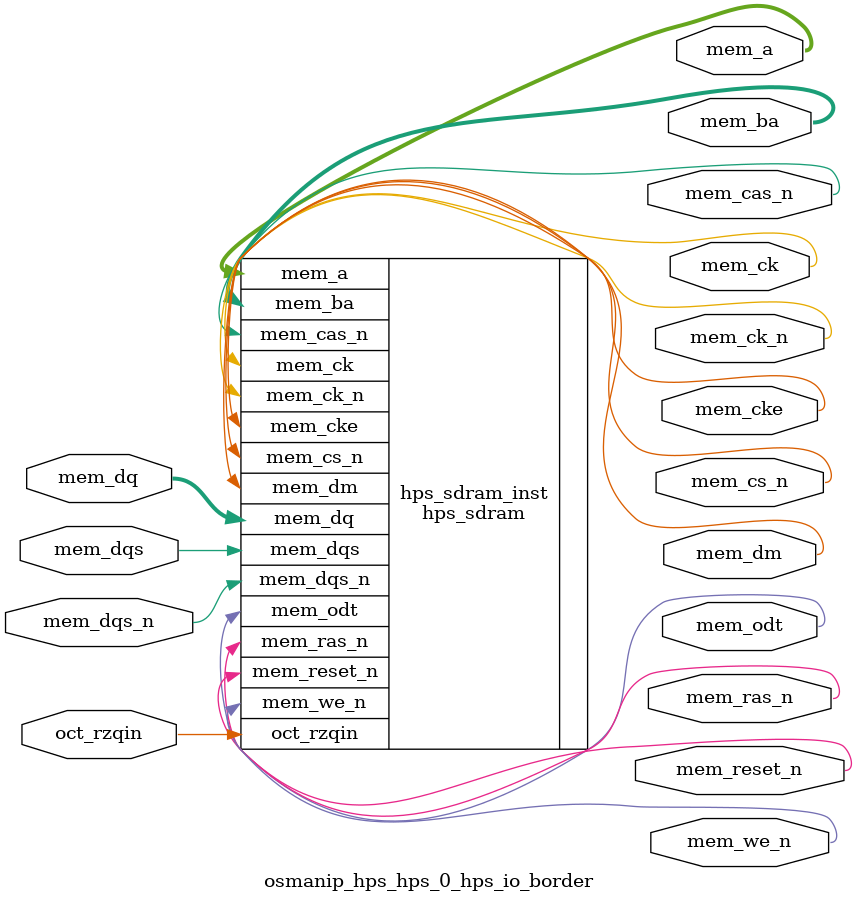
<source format=sv>


module osmanip_hps_hps_0_hps_io_border(
// memory
  output wire [13 - 1 : 0 ] mem_a
 ,output wire [3 - 1 : 0 ] mem_ba
 ,output wire [1 - 1 : 0 ] mem_ck
 ,output wire [1 - 1 : 0 ] mem_ck_n
 ,output wire [1 - 1 : 0 ] mem_cke
 ,output wire [1 - 1 : 0 ] mem_cs_n
 ,output wire [1 - 1 : 0 ] mem_ras_n
 ,output wire [1 - 1 : 0 ] mem_cas_n
 ,output wire [1 - 1 : 0 ] mem_we_n
 ,output wire [1 - 1 : 0 ] mem_reset_n
 ,inout wire [8 - 1 : 0 ] mem_dq
 ,inout wire [1 - 1 : 0 ] mem_dqs
 ,inout wire [1 - 1 : 0 ] mem_dqs_n
 ,output wire [1 - 1 : 0 ] mem_odt
 ,output wire [1 - 1 : 0 ] mem_dm
 ,input wire [1 - 1 : 0 ] oct_rzqin
);


hps_sdram hps_sdram_inst(
 .mem_dq({
    mem_dq[7:0] // 7:0
  })
,.mem_odt({
    mem_odt[0:0] // 0:0
  })
,.mem_ras_n({
    mem_ras_n[0:0] // 0:0
  })
,.mem_dqs_n({
    mem_dqs_n[0:0] // 0:0
  })
,.mem_dqs({
    mem_dqs[0:0] // 0:0
  })
,.mem_dm({
    mem_dm[0:0] // 0:0
  })
,.mem_we_n({
    mem_we_n[0:0] // 0:0
  })
,.mem_cas_n({
    mem_cas_n[0:0] // 0:0
  })
,.mem_ba({
    mem_ba[2:0] // 2:0
  })
,.mem_a({
    mem_a[12:0] // 12:0
  })
,.mem_cs_n({
    mem_cs_n[0:0] // 0:0
  })
,.mem_ck({
    mem_ck[0:0] // 0:0
  })
,.mem_cke({
    mem_cke[0:0] // 0:0
  })
,.oct_rzqin({
    oct_rzqin[0:0] // 0:0
  })
,.mem_reset_n({
    mem_reset_n[0:0] // 0:0
  })
,.mem_ck_n({
    mem_ck_n[0:0] // 0:0
  })
);

endmodule


</source>
